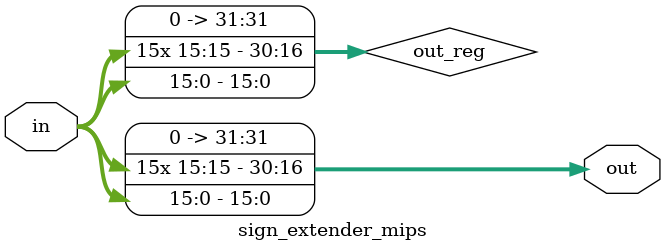
<source format=v>
/* 
 * Implementation of sign extender.
 */


module sign_extender_mips (in, out);

parameter in_bits  = 15;
parameter out_bits = 31;

input [in_bits : 0] in;
output wire [out_bits : 0] out;


reg [out_bits : 0] out_reg;


assign out = out_reg;

/* 
 * @* means that changing of any signal, which is inside the "always" block,
 * leads to repeat the "always" block.
 * This way we can implement combinational logick.
 */
always @*
begin
	out_reg = {out_bits{in[in_bits]}};
	out_reg[in_bits : 0] = in;
end

endmodule

</source>
